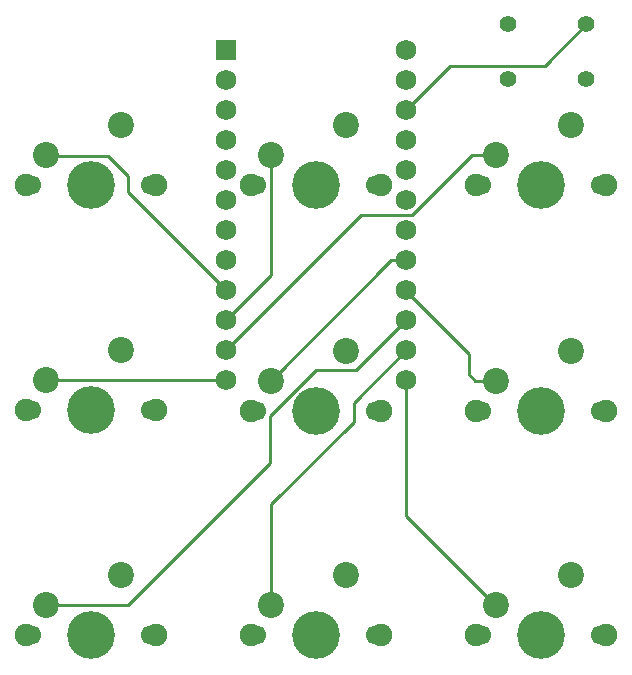
<source format=gbr>
%TF.GenerationSoftware,Altium Limited,Altium Designer,20.1.12 (249)*%
G04 Layer_Physical_Order=2*
G04 Layer_Color=16711680*
%FSLAX26Y26*%
%MOIN*%
%TF.SameCoordinates,B967F61E-ED45-4387-9E05-25525081BA1A*%
%TF.FilePolarity,Positive*%
%TF.FileFunction,Copper,L2,Bot,Signal*%
%TF.Part,Single*%
G01*
G75*
%TA.AperFunction,ComponentPad*%
%ADD10C,0.159449*%
%ADD11C,0.074803*%
%ADD12C,0.066929*%
%ADD13C,0.086614*%
%ADD14C,0.069016*%
%ADD15R,0.069016X0.069016*%
%ADD16C,0.055118*%
%TA.AperFunction,Conductor*%
%ADD17C,0.010000*%
D10*
X399016Y375000D02*
D03*
Y1124213D02*
D03*
X1148465Y1123189D02*
D03*
X1897677D02*
D03*
X1148228Y375000D02*
D03*
X1897441D02*
D03*
X399016Y1873425D02*
D03*
X1148228D02*
D03*
X1897441D02*
D03*
D11*
X615551Y375000D02*
D03*
X182480D02*
D03*
Y1124213D02*
D03*
X615551D02*
D03*
X1365000Y1123189D02*
D03*
X931929D02*
D03*
X1681142D02*
D03*
X2114213D02*
D03*
X1364764Y375000D02*
D03*
X931693D02*
D03*
X1680905D02*
D03*
X2113976D02*
D03*
X615551Y1873425D02*
D03*
X182480D02*
D03*
X931693D02*
D03*
X1364764D02*
D03*
X2113976D02*
D03*
X1680905D02*
D03*
D12*
X599016Y375000D02*
D03*
X199016D02*
D03*
Y1124213D02*
D03*
X599016D02*
D03*
X1348465Y1123189D02*
D03*
X948465D02*
D03*
X1697677D02*
D03*
X2097677D02*
D03*
X1348228Y375000D02*
D03*
X948228D02*
D03*
X1697441D02*
D03*
X2097441D02*
D03*
X599016Y1873425D02*
D03*
X199016D02*
D03*
X948228D02*
D03*
X1348228D02*
D03*
X2097441D02*
D03*
X1697441D02*
D03*
D13*
X499016Y575000D02*
D03*
X249016Y475000D02*
D03*
Y1224213D02*
D03*
X499016Y1324213D02*
D03*
X1248465Y1323189D02*
D03*
X998465Y1223189D02*
D03*
X1747677D02*
D03*
X1997677Y1323189D02*
D03*
X1248228Y575000D02*
D03*
X998228Y475000D02*
D03*
X1747441D02*
D03*
X1997441Y575000D02*
D03*
X499016Y2073425D02*
D03*
X249016Y1973425D02*
D03*
X998228D02*
D03*
X1248228Y2073425D02*
D03*
X1997441D02*
D03*
X1747441Y1973425D02*
D03*
D14*
X1448854Y2124174D02*
D03*
Y1324174D02*
D03*
Y1724174D02*
D03*
Y1224174D02*
D03*
Y1524174D02*
D03*
Y1424174D02*
D03*
Y1924174D02*
D03*
Y1824174D02*
D03*
Y2224174D02*
D03*
Y2024174D02*
D03*
Y2324174D02*
D03*
Y1624174D02*
D03*
X848854Y1324174D02*
D03*
Y1724174D02*
D03*
Y2124174D02*
D03*
Y1224174D02*
D03*
Y1524174D02*
D03*
Y1424174D02*
D03*
Y1924174D02*
D03*
Y1824174D02*
D03*
Y2024174D02*
D03*
Y2224174D02*
D03*
Y1624174D02*
D03*
D15*
Y2324174D02*
D03*
D16*
X1788740Y2229291D02*
D03*
Y2410394D02*
D03*
X2048583Y2229291D02*
D03*
Y2410394D02*
D03*
D17*
X998465Y1223189D02*
X1399449Y1624174D01*
X249016Y1972835D02*
X453347D01*
X1668120Y1973425D02*
X1747441D01*
X1678976Y1222598D02*
X1745118D01*
X1657480Y1244094D02*
X1678976Y1222598D01*
X1657480Y1244094D02*
Y1312892D01*
X1448854Y1521518D02*
X1657480Y1312892D01*
X1448854Y770437D02*
X1745866Y473425D01*
X249016Y475000D02*
X520276D01*
X993386Y948110D01*
X998228Y475000D02*
Y810236D01*
X1273622Y1085630D01*
X998228Y1573548D02*
Y1973425D01*
X848854Y1424174D02*
X998228Y1573548D01*
X246457Y1223622D02*
X249016D01*
X249292Y1223898D01*
X848578D01*
X993386Y948110D02*
Y1104039D01*
X1273622Y1085630D02*
Y1148941D01*
X1448854Y1324174D01*
X453347Y1972835D02*
X520669Y1905512D01*
Y1852359D02*
X848854Y1524174D01*
X520669Y1852359D02*
Y1905512D01*
X1448854Y2124174D02*
X1596531Y2271850D01*
X1910039D01*
X2048583Y2410394D01*
X1283141Y1258460D02*
X1448854Y1424174D01*
X1147807Y1258460D02*
X1283141D01*
X993386Y1104039D02*
X1147807Y1258460D01*
X1448854Y770437D02*
Y1224174D01*
Y1521518D02*
Y1524174D01*
X1399449Y1624174D02*
X1448854D01*
X1298362Y1773682D02*
X1468377D01*
X1668120Y1973425D01*
X848854Y1324174D02*
X1298362Y1773682D01*
X848578Y1223898D02*
X848854Y1224174D01*
%TF.MD5,b999b4d4200084a327aae91653d1bfd9*%
M02*

</source>
